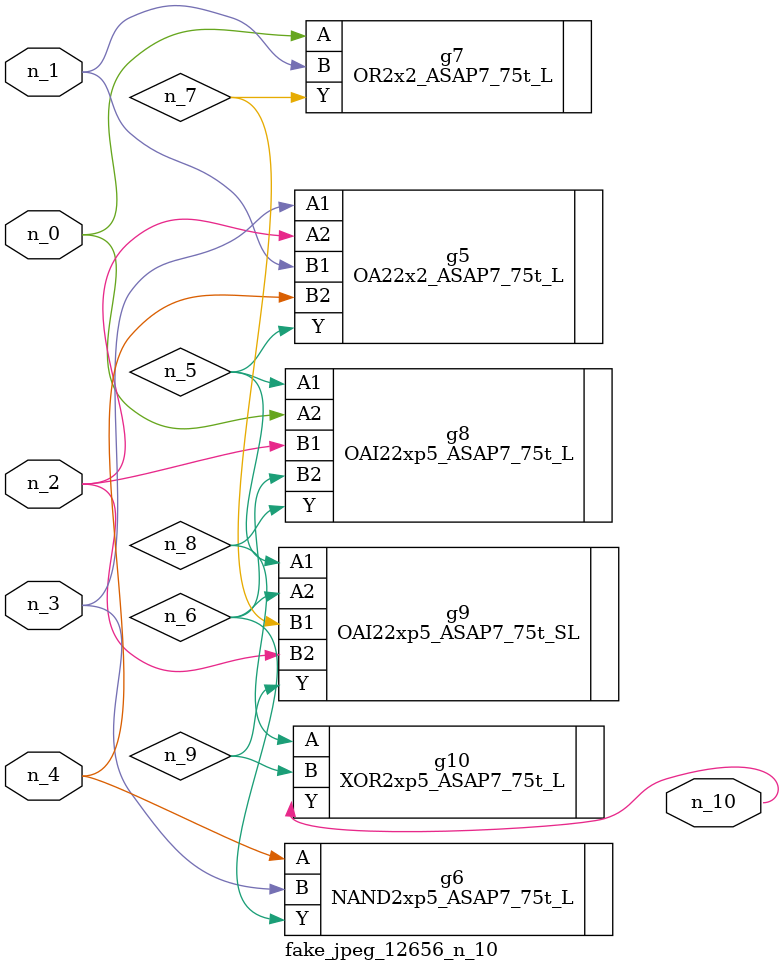
<source format=v>
module fake_jpeg_12656_n_10 (n_3, n_2, n_1, n_0, n_4, n_10);

input n_3;
input n_2;
input n_1;
input n_0;
input n_4;

output n_10;

wire n_8;
wire n_9;
wire n_6;
wire n_5;
wire n_7;

OA22x2_ASAP7_75t_L g5 ( 
.A1(n_3),
.A2(n_2),
.B1(n_1),
.B2(n_4),
.Y(n_5)
);

NAND2xp5_ASAP7_75t_L g6 ( 
.A(n_4),
.B(n_3),
.Y(n_6)
);

OR2x2_ASAP7_75t_L g7 ( 
.A(n_0),
.B(n_1),
.Y(n_7)
);

OAI22xp5_ASAP7_75t_L g8 ( 
.A1(n_5),
.A2(n_0),
.B1(n_2),
.B2(n_6),
.Y(n_8)
);

XOR2xp5_ASAP7_75t_L g10 ( 
.A(n_8),
.B(n_9),
.Y(n_10)
);

OAI22xp5_ASAP7_75t_SL g9 ( 
.A1(n_5),
.A2(n_6),
.B1(n_7),
.B2(n_2),
.Y(n_9)
);


endmodule
</source>
